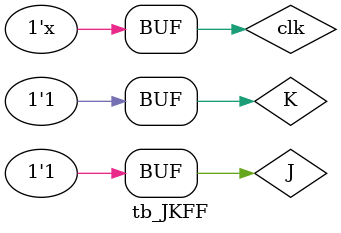
<source format=v>
`timescale 1ns / 1ps


module tb_JKFF();

reg clk, J, K;
wire Q;

JKFF FF(.clk(clk), .J(J),.K(K),.Q(Q));

initial begin
    clk<=1'b0;
    #30 J<=1'b0; K<=1'b0;
    #30 J<=1'b0; K<=1'b1;
    #30 J<=1'b1; K<=1'b0;
    #30 J<=1'b1; K<=1'b1;
end

always begin
    #5 clk<=~clk;
end
endmodule

</source>
